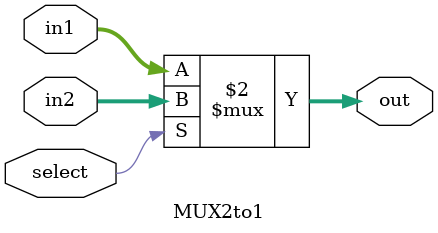
<source format=sv>
module MUX2to1(
	input [31:0] in1,
	input [31:0] in2,
	input select,
	output wire [31:0] out
	);


assign out = select == 1'b0 ? in1:in2;

endmodule

</source>
